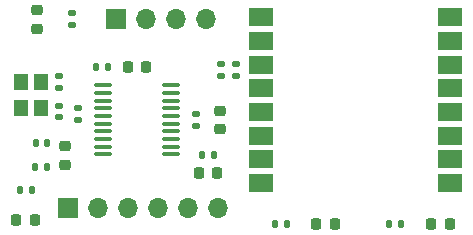
<source format=gbr>
%TF.GenerationSoftware,KiCad,Pcbnew,(6.0.6)*%
%TF.CreationDate,2023-12-09T00:18:58+03:00*%
%TF.ProjectId,GrandStationKicad,4772616e-6453-4746-9174-696f6e4b6963,rev?*%
%TF.SameCoordinates,Original*%
%TF.FileFunction,Soldermask,Top*%
%TF.FilePolarity,Negative*%
%FSLAX46Y46*%
G04 Gerber Fmt 4.6, Leading zero omitted, Abs format (unit mm)*
G04 Created by KiCad (PCBNEW (6.0.6)) date 2023-12-09 00:18:58*
%MOMM*%
%LPD*%
G01*
G04 APERTURE LIST*
G04 Aperture macros list*
%AMRoundRect*
0 Rectangle with rounded corners*
0 $1 Rounding radius*
0 $2 $3 $4 $5 $6 $7 $8 $9 X,Y pos of 4 corners*
0 Add a 4 corners polygon primitive as box body*
4,1,4,$2,$3,$4,$5,$6,$7,$8,$9,$2,$3,0*
0 Add four circle primitives for the rounded corners*
1,1,$1+$1,$2,$3*
1,1,$1+$1,$4,$5*
1,1,$1+$1,$6,$7*
1,1,$1+$1,$8,$9*
0 Add four rect primitives between the rounded corners*
20,1,$1+$1,$2,$3,$4,$5,0*
20,1,$1+$1,$4,$5,$6,$7,0*
20,1,$1+$1,$6,$7,$8,$9,0*
20,1,$1+$1,$8,$9,$2,$3,0*%
G04 Aperture macros list end*
%ADD10RoundRect,0.218750X-0.256250X0.218750X-0.256250X-0.218750X0.256250X-0.218750X0.256250X0.218750X0*%
%ADD11RoundRect,0.135000X0.135000X0.185000X-0.135000X0.185000X-0.135000X-0.185000X0.135000X-0.185000X0*%
%ADD12RoundRect,0.140000X0.140000X0.170000X-0.140000X0.170000X-0.140000X-0.170000X0.140000X-0.170000X0*%
%ADD13RoundRect,0.140000X0.170000X-0.140000X0.170000X0.140000X-0.170000X0.140000X-0.170000X-0.140000X0*%
%ADD14R,1.200000X1.400000*%
%ADD15R,2.000000X1.500000*%
%ADD16RoundRect,0.100000X-0.637500X-0.100000X0.637500X-0.100000X0.637500X0.100000X-0.637500X0.100000X0*%
%ADD17R,1.700000X1.700000*%
%ADD18O,1.700000X1.700000*%
%ADD19RoundRect,0.225000X0.225000X0.250000X-0.225000X0.250000X-0.225000X-0.250000X0.225000X-0.250000X0*%
%ADD20RoundRect,0.218750X0.218750X0.256250X-0.218750X0.256250X-0.218750X-0.256250X0.218750X-0.256250X0*%
%ADD21RoundRect,0.225000X-0.250000X0.225000X-0.250000X-0.225000X0.250000X-0.225000X0.250000X0.225000X0*%
%ADD22RoundRect,0.135000X-0.185000X0.135000X-0.185000X-0.135000X0.185000X-0.135000X0.185000X0.135000X0*%
%ADD23RoundRect,0.135000X-0.135000X-0.185000X0.135000X-0.185000X0.135000X0.185000X-0.135000X0.185000X0*%
%ADD24RoundRect,0.140000X-0.170000X0.140000X-0.170000X-0.140000X0.170000X-0.140000X0.170000X0.140000X0*%
%ADD25RoundRect,0.218750X-0.218750X-0.256250X0.218750X-0.256250X0.218750X0.256250X-0.218750X0.256250X0*%
G04 APERTURE END LIST*
D10*
%TO.C,D2*%
X180000000Y-92712500D03*
X180000000Y-94287500D03*
%TD*%
D11*
%TO.C,R6*%
X210820000Y-110800000D03*
X209800000Y-110800000D03*
%TD*%
D12*
%TO.C,C7*%
X180856250Y-104000000D03*
X179896250Y-104000000D03*
%TD*%
D13*
%TO.C,C10*%
X196850000Y-98270000D03*
X196850000Y-97310000D03*
%TD*%
%TO.C,C9*%
X195580000Y-98270000D03*
X195580000Y-97310000D03*
%TD*%
D11*
%TO.C,R4*%
X179580000Y-107950000D03*
X178560000Y-107950000D03*
%TD*%
D10*
%TO.C,FB1*%
X182356250Y-104212500D03*
X182356250Y-105787500D03*
%TD*%
D14*
%TO.C,Y1*%
X178650000Y-98800000D03*
X178650000Y-101000000D03*
X180350000Y-101000000D03*
X180350000Y-98800000D03*
%TD*%
D15*
%TO.C,U1*%
X199000000Y-93330000D03*
X199000000Y-95330000D03*
X199000000Y-97330000D03*
X199000000Y-99330000D03*
X199000000Y-101330000D03*
X199000000Y-103330000D03*
X199000000Y-105330000D03*
X199000000Y-107330000D03*
X215000000Y-107330000D03*
X215000000Y-105330000D03*
X215000000Y-103330000D03*
X215000000Y-101330000D03*
X215000000Y-99330000D03*
X215000000Y-97330000D03*
X215000000Y-95330000D03*
X215000000Y-93330000D03*
%TD*%
D16*
%TO.C,U2*%
X185637500Y-99075000D03*
X185637500Y-99725000D03*
X185637500Y-100375000D03*
X185637500Y-101025000D03*
X185637500Y-101675000D03*
X185637500Y-102325000D03*
X185637500Y-102975000D03*
X185637500Y-103625000D03*
X185637500Y-104275000D03*
X185637500Y-104925000D03*
X191362500Y-104925000D03*
X191362500Y-104275000D03*
X191362500Y-103625000D03*
X191362500Y-102975000D03*
X191362500Y-102325000D03*
X191362500Y-101675000D03*
X191362500Y-101025000D03*
X191362500Y-100375000D03*
X191362500Y-99725000D03*
X191362500Y-99075000D03*
%TD*%
D17*
%TO.C,J2*%
X186700000Y-93475000D03*
D18*
X189240000Y-93475000D03*
X191780000Y-93475000D03*
X194320000Y-93475000D03*
%TD*%
D19*
%TO.C,C1*%
X189275000Y-97500000D03*
X187725000Y-97500000D03*
%TD*%
D20*
%TO.C,D4*%
X205257500Y-110800000D03*
X203682500Y-110800000D03*
%TD*%
%TO.C,D5*%
X214987500Y-110800000D03*
X213412500Y-110800000D03*
%TD*%
%TO.C,D1*%
X195287500Y-106500000D03*
X193712500Y-106500000D03*
%TD*%
D21*
%TO.C,C2*%
X195500000Y-101225000D03*
X195500000Y-102775000D03*
%TD*%
D22*
%TO.C,R3*%
X183000000Y-92990000D03*
X183000000Y-94010000D03*
%TD*%
D11*
%TO.C,R5*%
X201170000Y-110800000D03*
X200150000Y-110800000D03*
%TD*%
D23*
%TO.C,R2*%
X184990000Y-97500000D03*
X186010000Y-97500000D03*
%TD*%
D13*
%TO.C,C4*%
X183500000Y-101980000D03*
X183500000Y-101020000D03*
%TD*%
D24*
%TO.C,C6*%
X181850000Y-100820000D03*
X181850000Y-101780000D03*
%TD*%
D13*
%TO.C,C3*%
X181850000Y-99280000D03*
X181850000Y-98320000D03*
%TD*%
D17*
%TO.C,J1*%
X182675000Y-109475000D03*
D18*
X185215000Y-109475000D03*
X187755000Y-109475000D03*
X190295000Y-109475000D03*
X192835000Y-109475000D03*
X195375000Y-109475000D03*
%TD*%
D11*
%TO.C,R1*%
X195010000Y-105000000D03*
X193990000Y-105000000D03*
%TD*%
D25*
%TO.C,D3*%
X178282500Y-110490000D03*
X179857500Y-110490000D03*
%TD*%
D24*
%TO.C,C5*%
X193500000Y-101520000D03*
X193500000Y-102480000D03*
%TD*%
D12*
%TO.C,C8*%
X180836250Y-106000000D03*
X179876250Y-106000000D03*
%TD*%
M02*

</source>
